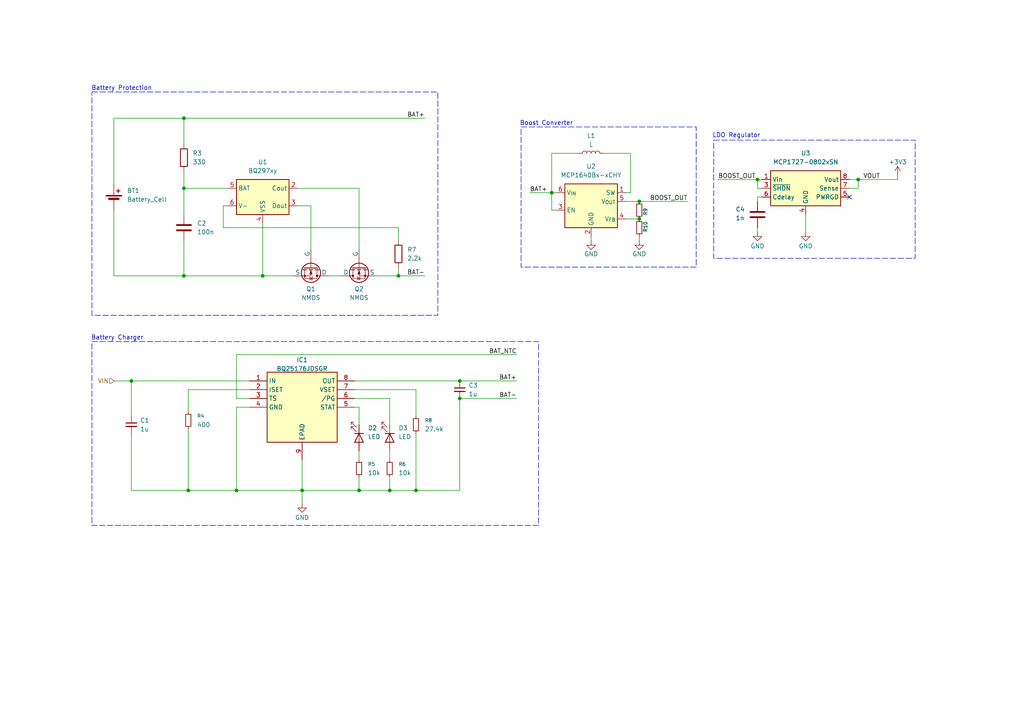
<source format=kicad_sch>
(kicad_sch (version 20250114) (generator "eeschema") (generator_version "9.0")
  (paper "A4")
  (lib_symbols
    (symbol "BQ25176J:BQ25176JDSGR"
      (property "Reference" "IC" (at 26.67 7.62 0))
      (property "Value" "BQ25176JDSGR" (at 26.67 5.08 0))
      (symbol "BQ25176JDSGR_1_1"
        (rectangle (start 5.08 2.54) (end 25.4 -17.78) (stroke (width 0.254)) (fill (type background)))
        (pin passive line (at 0 0 0) (length 5.08) (name "IN") (number "1"))
        (pin passive line (at 0 -2.54 0) (length 5.08) (name "ISET") (number "2"))
        (pin passive line (at 0 -5.08 0) (length 5.08) (name "TS") (number "3"))
        (pin passive line (at 0 -7.62 0) (length 5.08) (name "GND") (number "4"))
        (pin passive line (at 15.24 -22.86 90) (length 5.08) (name "EPAD") (number "9"))
        (pin passive line (at 30.48 0 180) (length 5.08) (name "OUT") (number "8"))
        (pin passive line (at 30.48 -2.54 180) (length 5.08) (name "VSET") (number "7"))
        (pin passive line (at 30.48 -5.08 180) (length 5.08) (name "/PG") (number "6"))
        (pin passive line (at 30.48 -7.62 180) (length 5.08) (name "STAT") (number "5"))
      )
    )
    (symbol "Battery_Management:BQ297xy"
      (property "Reference" "U" (at -6.35 6.35 0))
      (property "Value" "BQ297xy" (at 5.08 -6.35 0))
      (symbol "BQ297xy_0_1"
        (rectangle (start -7.62 5.08) (end 7.62 -5.08) (stroke (width 0.254)) (fill (type background)))
      )
      (symbol "BQ297xy_1_1"
        (pin input line (at -10.16 2.54 0) (length 2.54) (name "BAT") (number "5"))
        (pin input line (at -10.16 -2.54 0) (length 2.54) (name "V-") (number "6"))
        (pin power_in line (at 0 -7.62 90) (length 2.54) (name "VSS") (number "4"))
        (pin no_connect line (at 7.62 0 180) (length 2.54) (hide yes) (name "NC") (number "1"))
        (pin output line (at 10.16 2.54 180) (length 2.54) (name "Cout") (number "2"))
        (pin output line (at 10.16 -2.54 180) (length 2.54) (name "Dout") (number "3"))
      )
    )
    (symbol "Device:Battery_Cell" (pin_numbers (hide yes)) (pin_names (offset 0) (hide yes))
      (property "Reference" "BT" (at 2.54 2.54 0))
      (property "Value" "Battery_Cell" (at 2.54 0 0))
      (symbol "Battery_Cell_0_1"
        (rectangle (start -2.286 1.778) (end 2.286 1.524) (fill (type outline)))
        (rectangle (start -1.524 1.016) (end 1.524 0.508) (fill (type outline)))
        (polyline (pts (xy 0 1.778) (xy 0 2.54)))
        (polyline (pts (xy 0 0.762) (xy 0 0)))
        (polyline (pts (xy 0.762 3.048) (xy 1.778 3.048)) (stroke (width 0.254)))
        (polyline (pts (xy 1.27 3.556) (xy 1.27 2.54)) (stroke (width 0.254)))
      )
      (symbol "Battery_Cell_1_1"
        (pin passive line (at 0 5.08 270) (length 2.54) (name "+") (number "1"))
        (pin passive line (at 0 -2.54 90) (length 2.54) (name "-") (number "2"))
      )
    )
    (symbol "Device:C" (pin_numbers (hide yes)) (pin_names (offset 0.254))
      (property "Reference" "C" (at 0.635 2.54 0))
      (property "Value" "C" (at 0.635 -2.54 0))
      (symbol "C_0_1"
        (polyline (pts (xy -2.032 0.762) (xy 2.032 0.762)) (stroke (width 0.508)))
        (polyline (pts (xy -2.032 -0.762) (xy 2.032 -0.762)) (stroke (width 0.508)))
      )
      (symbol "C_1_1"
        (pin passive line (at 0 3.81 270) (length 2.794) (name "~") (number "1"))
        (pin passive line (at 0 -3.81 90) (length 2.794) (name "~") (number "2"))
      )
    )
    (symbol "Device:C_Small" (pin_numbers (hide yes)) (pin_names (offset 0.254) (hide yes))
      (property "Reference" "C" (at 0.254 1.778 0))
      (property "Value" "C_Small" (at 0.254 -2.032 0))
      (symbol "C_Small_0_1"
        (polyline (pts (xy -1.524 0.508) (xy 1.524 0.508)) (stroke (width 0.3048)))
        (polyline (pts (xy -1.524 -0.508) (xy 1.524 -0.508)) (stroke (width 0.3302)))
      )
      (symbol "C_Small_1_1"
        (pin passive line (at 0 2.54 270) (length 2.032) (name "~") (number "1"))
        (pin passive line (at 0 -2.54 90) (length 2.032) (name "~") (number "2"))
      )
    )
    (symbol "Device:L" (pin_numbers (hide yes)) (pin_names (offset 1.016) (hide yes))
      (property "Reference" "L" (at -1.27 0 90))
      (property "Value" "L" (at 1.905 0 90))
      (symbol "L_0_1"
        (arc (start 0 2.54) (mid 0.6323 1.905) (end 0 1.27))
        (arc (start 0 1.27) (mid 0.6323 0.635) (end 0 0))
        (arc (start 0 0) (mid 0.6323 -0.635) (end 0 -1.27))
        (arc (start 0 -1.27) (mid 0.6323 -1.905) (end 0 -2.54))
      )
      (symbol "L_1_1"
        (pin passive line (at 0 3.81 270) (length 1.27) (name "1") (number "1"))
        (pin passive line (at 0 -3.81 90) (length 1.27) (name "2") (number "2"))
      )
    )
    (symbol "Device:LED" (pin_numbers (hide yes)) (pin_names (offset 1.016) (hide yes))
      (property "Reference" "D" (at 0 2.54 0))
      (property "Value" "LED" (at 0 -2.54 0))
      (symbol "LED_0_1"
        (polyline (pts (xy -3.048 -0.762) (xy -4.572 -2.286) (xy -3.81 -2.286) (xy -4.572 -2.286) (xy -4.572 -1.524)))
        (polyline (pts (xy -1.778 -0.762) (xy -3.302 -2.286) (xy -2.54 -2.286) (xy -3.302 -2.286) (xy -3.302 -1.524)))
        (polyline (pts (xy -1.27 0) (xy 1.27 0)))
        (polyline (pts (xy -1.27 -1.27) (xy -1.27 1.27)) (stroke (width 0.254)))
        (polyline (pts (xy 1.27 -1.27) (xy 1.27 1.27) (xy -1.27 0) (xy 1.27 -1.27)) (stroke (width 0.254)))
      )
      (symbol "LED_1_1"
        (pin passive line (at -3.81 0 0) (length 2.54) (name "K") (number "1"))
        (pin passive line (at 3.81 0 180) (length 2.54) (name "A") (number "2"))
      )
    )
    (symbol "Device:R" (pin_numbers (hide yes)) (pin_names (offset 0))
      (property "Reference" "R" (at 2.032 0 90))
      (property "Value" "R" (at 0 0 90))
      (symbol "R_0_1"
        (rectangle (start -1.016 -2.54) (end 1.016 2.54) (stroke (width 0.254)))
      )
      (symbol "R_1_1"
        (pin passive line (at 0 3.81 270) (length 1.27) (name "~") (number "1"))
        (pin passive line (at 0 -3.81 90) (length 1.27) (name "~") (number "2"))
      )
    )
    (symbol "Device:R_Small" (pin_numbers (hide yes)) (pin_names (offset 0.254) (hide yes))
      (property "Reference" "R" (at 0 0 90))
      (property "Value" "R_Small" (at 1.778 0 90))
      (symbol "R_Small_0_1"
        (rectangle (start -0.762 1.778) (end 0.762 -1.778) (stroke (width 0.2032)))
      )
      (symbol "R_Small_1_1"
        (pin passive line (at 0 2.54 270) (length 0.762) (name "~") (number "1"))
        (pin passive line (at 0 -2.54 90) (length 0.762) (name "~") (number "2"))
      )
    )
    (symbol "Regulator_Linear:MCP1727-0802xSN"
      (property "Reference" "U" (at -8.89 6.35 0))
      (property "Value" "MCP1727-0802xSN" (at 5.08 6.35 0))
      (symbol "MCP1727-0802xSN_0_0"
        (pin input line (at -12.7 -2.54 0) (length 2.54) (name "Cdelay") (number "6"))
        (pin power_out line (at 12.7 2.54 180) (length 2.54) (name "Vout") (number "8"))
        (pin input line (at 12.7 0 180) (length 2.54) (name "Sense") (number "7"))
        (pin open_collector line (at 12.7 -2.54 180) (length 2.54) (name "PWRGD") (number "5"))
      )
      (symbol "MCP1727-0802xSN_0_1"
        (rectangle (start -10.16 5.08) (end 10.16 -5.08) (stroke (width 0.254)) (fill (type background)))
      )
      (symbol "MCP1727-0802xSN_1_1"
        (pin power_in line (at -12.7 2.54 0) (length 2.54) (name "Vin") (number "1"))
        (pin passive line (at -12.7 2.54 0) (length 2.54) (hide yes) (name "Vin") (number "2"))
        (pin input line (at -12.7 0 0) (length 2.54) (name "~{SHDN}") (number "3"))
        (pin power_in line (at 0 -7.62 90) (length 2.54) (name "GND") (number "4"))
      )
    )
    (symbol "Regulator_Switching:MCP1640Bx-xCHY"
      (property "Reference" "U" (at -7.62 8.89 0))
      (property "Value" "MCP1640Bx-xCHY" (at -1.27 8.89 0))
      (symbol "MCP1640Bx-xCHY_0_1"
        (rectangle (start -7.62 7.62) (end 7.62 -5.08) (stroke (width 0.254)) (fill (type background)))
      )
      (symbol "MCP1640Bx-xCHY_1_1"
        (pin power_in line (at -10.16 5.08 0) (length 2.54) (name "V_{IN}") (number "6"))
        (pin input line (at -10.16 0 0) (length 2.54) (name "EN") (number "3"))
        (pin power_in line (at 0 -7.62 90) (length 2.54) (name "GND") (number "2"))
        (pin input line (at 10.16 5.08 180) (length 2.54) (name "SW") (number "1"))
        (pin power_out line (at 10.16 2.54 180) (length 2.54) (name "V_{OUT}") (number "5"))
        (pin input line (at 10.16 -2.54 180) (length 2.54) (name "V_{FB}") (number "4"))
      )
    )
    (symbol "Simulation_SPICE:NMOS" (pin_numbers (hide yes)) (pin_names (offset 0))
      (property "Reference" "Q" (at 5.08 1.27 0))
      (property "Value" "NMOS" (at 5.08 -1.27 0))
      (symbol "NMOS_0_1"
        (polyline (pts (xy 0.254 1.905) (xy 0.254 -1.905)) (stroke (width 0.254)))
        (polyline (pts (xy 0.254 0) (xy -2.54 0)))
        (polyline (pts (xy 0.762 2.286) (xy 0.762 1.27)) (stroke (width 0.254)))
        (polyline (pts (xy 0.762 0.508) (xy 0.762 -0.508)) (stroke (width 0.254)))
        (polyline (pts (xy 0.762 -1.27) (xy 0.762 -2.286)) (stroke (width 0.254)))
        (polyline (pts (xy 0.762 -1.778) (xy 3.302 -1.778) (xy 3.302 1.778) (xy 0.762 1.778)))
        (polyline (pts (xy 1.016 0) (xy 2.032 0.381) (xy 2.032 -0.381) (xy 1.016 0)) (fill (type outline)))
        (circle (center 1.651 0) (radius 2.794) (stroke (width 0.254)))
        (polyline (pts (xy 2.54 2.54) (xy 2.54 1.778)))
        (circle (center 2.54 1.778) (radius 0.254) (fill (type outline)))
        (circle (center 2.54 -1.778) (radius 0.254) (fill (type outline)))
        (polyline (pts (xy 2.54 -2.54) (xy 2.54 0) (xy 0.762 0)))
        (polyline (pts (xy 2.794 0.508) (xy 2.921 0.381) (xy 3.683 0.381) (xy 3.81 0.254)))
        (polyline (pts (xy 3.302 0.381) (xy 2.921 -0.254) (xy 3.683 -0.254) (xy 3.302 0.381)))
      )
      (symbol "NMOS_1_1"
        (pin input line (at -5.08 0 0) (length 2.54) (name "G") (number "2"))
        (pin passive line (at 2.54 5.08 270) (length 2.54) (name "D") (number "1"))
        (pin passive line (at 2.54 -5.08 90) (length 2.54) (name "S") (number "3"))
      )
    )
    (symbol "power:+3V3" (power) (pin_numbers (hide yes)) (pin_names (offset 0) (hide yes))
      (property "Value" "+3V3" (at 0 3.556 0))
      (symbol "+3V3_0_1"
        (polyline (pts (xy -0.762 1.27) (xy 0 2.54)))
        (polyline (pts (xy 0 2.54) (xy 0.762 1.27)))
        (polyline (pts (xy 0 0) (xy 0 2.54)))
      )
      (symbol "+3V3_1_1"
        (pin power_in line (at 0 0 90) (length 0) (name "~") (number "1"))
      )
    )
    (symbol "power:GND" (power) (pin_numbers (hide yes)) (pin_names (offset 0) (hide yes))
      (property "Value" "GND" (at 0 -3.81 0))
      (symbol "GND_0_1"
        (polyline (pts (xy 0 0) (xy 0 -1.27) (xy 1.27 -1.27) (xy 0 -2.54) (xy -1.27 -1.27) (xy 0 -1.27)))
      )
      (symbol "GND_1_1"
        (pin power_in line (at 0 0 270) (length 0) (name "~") (number "1"))
      )
    )
  )
  (rectangle (start 26.67 26.67) (end 127 91.44) (stroke (width 0) (type dash)))
  (rectangle (start 26.67 99.06) (end 156.21 152.4) (stroke (width 0) (type dash)))
  (rectangle (start 207.01 40.64) (end 265.43 74.93) (stroke (width 0) (type dash)))
  (rectangle (start 151.13 36.83) (end 201.93 77.47) (stroke (width 0) (type dash)))
  (text "Battery Protection" (at 35.306 25.654 0) (effects (font (size 1.27 1.27))))
  (text "Boost Converter" (at 158.496 35.814 0) (effects (font (size 1.27 1.27))))
  (text "Battery Charger" (at 34.036 98.044 0) (effects (font (size 1.27 1.27))))
  (text "LDO Regulator" (at 213.614 39.37 0) (effects (font (size 1.27 1.27))))
  (junction (at 160.02 55.88))
  (junction (at 133.35 115.57))
  (junction (at 104.14 142.24))
  (junction (at 115.57 80.01))
  (junction (at 113.03 142.24))
  (junction (at 54.61 142.24))
  (junction (at 76.2 80.01))
  (junction (at 219.71 52.07))
  (junction (at 248.92 52.07))
  (junction (at 53.34 54.61))
  (junction (at 185.42 63.5))
  (junction (at 120.65 142.24))
  (junction (at 53.34 34.29))
  (junction (at 185.42 58.42))
  (junction (at 133.35 110.49))
  (junction (at 68.58 142.24))
  (junction (at 53.34 80.01))
  (junction (at 38.1 110.49))
  (junction (at 87.63 142.24))
  (no_connect (at 246.38 57.15))
  (wire (pts (xy 64.77 59.69) (xy 64.77 66.04)))
  (wire (pts (xy 54.61 119.38) (xy 54.61 113.03)))
  (wire (pts (xy 160.02 60.96) (xy 160.02 55.88)))
  (wire (pts (xy 54.61 113.03) (xy 72.39 113.03)))
  (wire (pts (xy 33.02 60.96) (xy 33.02 80.01)))
  (wire (pts (xy 120.65 113.03) (xy 120.65 120.65)))
  (wire (pts (xy 219.71 54.61) (xy 219.71 52.07)))
  (wire (pts (xy 102.87 110.49) (xy 133.35 110.49)))
  (wire (pts (xy 102.87 115.57) (xy 113.03 115.57)))
  (wire (pts (xy 33.02 110.49) (xy 38.1 110.49)))
  (wire (pts (xy 33.02 53.34) (xy 33.02 34.29)))
  (wire (pts (xy 109.22 80.01) (xy 115.57 80.01)))
  (wire (pts (xy 260.35 52.07) (xy 248.92 52.07)))
  (wire (pts (xy 220.98 54.61) (xy 219.71 54.61)))
  (wire (pts (xy 208.28 52.07) (xy 219.71 52.07)))
  (wire (pts (xy 104.14 138.43) (xy 104.14 142.24)))
  (wire (pts (xy 246.38 52.07) (xy 248.92 52.07)))
  (wire (pts (xy 160.02 55.88) (xy 161.29 55.88)))
  (wire (pts (xy 104.14 130.81) (xy 104.14 133.35)))
  (wire (pts (xy 68.58 142.24) (xy 87.63 142.24)))
  (wire (pts (xy 171.45 68.58) (xy 171.45 69.85)))
  (wire (pts (xy 68.58 115.57) (xy 68.58 102.87)))
  (wire (pts (xy 87.63 146.05) (xy 87.63 142.24)))
  (wire (pts (xy 38.1 120.65) (xy 38.1 110.49)))
  (wire (pts (xy 54.61 142.24) (xy 38.1 142.24)))
  (wire (pts (xy 120.65 125.73) (xy 120.65 142.24)))
  (wire (pts (xy 33.02 34.29) (xy 53.34 34.29)))
  (wire (pts (xy 68.58 118.11) (xy 68.58 142.24)))
  (wire (pts (xy 181.61 63.5) (xy 185.42 63.5)))
  (wire (pts (xy 185.42 68.58) (xy 185.42 69.85)))
  (wire (pts (xy 90.17 59.69) (xy 90.17 72.39)))
  (wire (pts (xy 54.61 142.24) (xy 68.58 142.24)))
  (wire (pts (xy 113.03 138.43) (xy 113.03 142.24)))
  (wire (pts (xy 53.34 80.01) (xy 76.2 80.01)))
  (wire (pts (xy 115.57 66.04) (xy 115.57 69.85)))
  (wire (pts (xy 53.34 34.29) (xy 123.19 34.29)))
  (wire (pts (xy 87.63 142.24) (xy 104.14 142.24)))
  (wire (pts (xy 113.03 115.57) (xy 113.03 123.19)))
  (wire (pts (xy 115.57 80.01) (xy 123.19 80.01)))
  (wire (pts (xy 161.29 60.96) (xy 160.02 60.96)))
  (wire (pts (xy 133.35 110.49) (xy 149.86 110.49)))
  (wire (pts (xy 219.71 66.04) (xy 219.71 67.31)))
  (wire (pts (xy 104.14 54.61) (xy 104.14 72.39)))
  (wire (pts (xy 86.36 54.61) (xy 104.14 54.61)))
  (wire (pts (xy 181.61 58.42) (xy 185.42 58.42)))
  (wire (pts (xy 64.77 59.69) (xy 66.04 59.69)))
  (wire (pts (xy 53.34 34.29) (xy 53.34 41.91)))
  (wire (pts (xy 86.36 59.69) (xy 90.17 59.69)))
  (wire (pts (xy 54.61 124.46) (xy 54.61 142.24)))
  (wire (pts (xy 175.26 44.45) (xy 182.88 44.45)))
  (wire (pts (xy 153.67 55.88) (xy 160.02 55.88)))
  (wire (pts (xy 38.1 110.49) (xy 72.39 110.49)))
  (wire (pts (xy 53.34 69.85) (xy 53.34 80.01)))
  (wire (pts (xy 248.92 54.61) (xy 248.92 52.07)))
  (wire (pts (xy 219.71 57.15) (xy 220.98 57.15)))
  (wire (pts (xy 76.2 64.77) (xy 76.2 80.01)))
  (wire (pts (xy 102.87 113.03) (xy 120.65 113.03)))
  (wire (pts (xy 33.02 80.01) (xy 53.34 80.01)))
  (wire (pts (xy 246.38 54.61) (xy 248.92 54.61)))
  (wire (pts (xy 64.77 66.04) (xy 115.57 66.04)))
  (wire (pts (xy 104.14 142.24) (xy 113.03 142.24)))
  (wire (pts (xy 87.63 142.24) (xy 87.63 133.35)))
  (wire (pts (xy 113.03 130.81) (xy 113.03 133.35)))
  (wire (pts (xy 115.57 77.47) (xy 115.57 80.01)))
  (wire (pts (xy 53.34 54.61) (xy 53.34 62.23)))
  (wire (pts (xy 53.34 49.53) (xy 53.34 54.61)))
  (wire (pts (xy 219.71 52.07) (xy 220.98 52.07)))
  (wire (pts (xy 95.25 80.01) (xy 99.06 80.01)))
  (wire (pts (xy 104.14 123.19) (xy 104.14 118.11)))
  (wire (pts (xy 68.58 118.11) (xy 72.39 118.11)))
  (wire (pts (xy 76.2 80.01) (xy 85.09 80.01)))
  (wire (pts (xy 260.35 50.8) (xy 260.35 52.07)))
  (wire (pts (xy 113.03 142.24) (xy 120.65 142.24)))
  (wire (pts (xy 72.39 115.57) (xy 68.58 115.57)))
  (wire (pts (xy 53.34 54.61) (xy 66.04 54.61)))
  (wire (pts (xy 133.35 115.57) (xy 133.35 142.24)))
  (wire (pts (xy 185.42 58.42) (xy 199.39 58.42)))
  (wire (pts (xy 182.88 44.45) (xy 182.88 55.88)))
  (wire (pts (xy 160.02 44.45) (xy 167.64 44.45)))
  (wire (pts (xy 133.35 115.57) (xy 149.86 115.57)))
  (wire (pts (xy 68.58 102.87) (xy 149.86 102.87)))
  (wire (pts (xy 120.65 142.24) (xy 133.35 142.24)))
  (wire (pts (xy 38.1 125.73) (xy 38.1 142.24)))
  (wire (pts (xy 160.02 55.88) (xy 160.02 44.45)))
  (wire (pts (xy 182.88 55.88) (xy 181.61 55.88)))
  (wire (pts (xy 219.71 58.42) (xy 219.71 57.15)))
  (wire (pts (xy 104.14 118.11) (xy 102.87 118.11)))
  (wire (pts (xy 233.68 62.23) (xy 233.68 67.31)))
  (label "BOOST_OUT" (at 208.28 52.07 0))
  (label "BAT-" (at 123.19 80.01 180))
  (label "BAT+" (at 153.67 55.88 0))
  (label "BAT+" (at 149.86 110.49 180))
  (label "BOOST_OUT" (at 199.39 58.42 180))
  (label "BAT+" (at 123.19 34.29 180))
  (label "BAT_NTC" (at 149.86 102.87 180))
  (label "BAT-" (at 149.86 115.57 180))
  (label "VOUT" (at 255.27 52.07 180))
  (hierarchical_label "VIN" (shape input) (at 33.02 110.49 180))
  (symbol (lib_id "BQ25176J:BQ25176JDSGR") (at 72.39 110.49 0) (unit 1)
    (property "Reference" "IC1" (at 87.63 104.394 0))
    (property "Value" "BQ25176JDSGR" (at 87.63 106.934 0))
    (property "Datasheet" "https://www.ti.com/lit/gpn/bq25176j" (effects (hide yes)))
    (property "Description" "Input voltage up to 30 V tolerant  Input Voltage Based Dynamic Power Management (VINDPM)  Automatic Sleep Mode for low power consumption  350-nA battery leakage current  80-A input leakage current when charge disabled  Supports 1-cell Li-Ion, Li-Poly, and LiFePO4  External resistor programmable operation  VSET to set battery regulation voltage:  Li-Ion: 4.05 V, 4.15 V, 4.2 V, 4.35 V, 4.4 V  LiFePO4: 3.5 V, 3.6 V, 3.7 V  ISET to set charge current from 10 mA to 800 mA  High accura" (effects (hide yes)))
    (property "Height" "0.8" (effects (hide yes)))
    (property "Mouser Part Number" "595-BQ25176JDSGR" (effects (hide yes)))
    (property "Mouser Price/Stock" "https://www.mouser.co.uk/ProductDetail/Texas-Instruments/BQ25176JDSGR?qs=Z%252BL2brAPG1Lf63YBPQV43w%3D%3D" (effects (hide yes)))
    (property "Manufacturer_Name" "Texas Instruments" (effects (hide yes)))
    (property "Manufacturer_Part_Number" "BQ25176JDSGR" (effects (hide yes)))
  )
  (symbol (lib_id "Device:R") (at 53.34 45.72 0) (unit 1)
    (property "Reference" "R3" (at 55.88 44.4499 0) (effects (justify left)))
    (property "Value" "330" (at 55.88 46.9899 0) (effects (justify left)))
    (property "Footprint" "Resistor_SMD:R_0603_1608Metric" (effects (hide yes)))
    (property "Description" "Resistor" (effects (hide yes)))
  )
  (symbol (lib_id "power:GND") (at 87.63 146.05 0) (unit 1)
    (property "Reference" "#PWR05" (effects (hide yes)))
    (property "Value" "GND" (at 87.63 150.114 0))
    (property "Description" "Power symbol creates a global label with name \"GND\" , ground" (effects (hide yes)))
  )
  (symbol (lib_id "Device:C_Small") (at 38.1 123.19 0) (unit 1)
    (property "Reference" "C1" (at 40.64 121.9262 0) (effects (justify left)))
    (property "Value" "1u" (at 40.64 124.4662 0) (effects (justify left)))
    (property "Footprint" "Capacitor_SMD:C_0603_1608Metric" (effects (hide yes)))
    (property "Description" "Unpolarized capacitor, small symbol" (effects (hide yes)))
  )
  (symbol (lib_id "power:GND") (at 185.42 69.85 0) (unit 1)
    (property "Reference" "#PWR07" (effects (hide yes)))
    (property "Value" "GND" (at 185.42 73.66 0))
    (property "Description" "Power symbol creates a global label with name \"GND\" , ground" (effects (hide yes)))
  )
  (symbol (lib_id "Device:C") (at 53.34 66.04 0) (unit 1)
    (property "Reference" "C2" (at 57.15 64.7699 0) (effects (justify left)))
    (property "Value" "100n" (at 57.15 67.3099 0) (effects (justify left)))
    (property "Footprint" "Capacitor_SMD:C_0603_1608Metric" (effects (hide yes)))
    (property "Description" "Unpolarized capacitor" (effects (hide yes)))
  )
  (symbol (lib_id "Device:R") (at 115.57 73.66 0) (unit 1)
    (property "Reference" "R7" (at 118.11 72.3899 0) (effects (justify left)))
    (property "Value" "2.2k" (at 118.11 74.9299 0) (effects (justify left)))
    (property "Footprint" "Resistor_SMD:R_0603_1608Metric" (effects (hide yes)))
    (property "Description" "Resistor" (effects (hide yes)))
  )
  (symbol (lib_id "Device:LED") (at 104.14 127 270) (unit 1)
    (property "Reference" "D2" (at 106.68 124.1424 90) (effects (justify left)))
    (property "Value" "LED" (at 106.68 126.6824 90) (effects (justify left)))
    (property "Description" "Light emitting diode" (effects (hide yes)))
    (property "Sim.Pins" "1=K 2=A" (effects (hide yes)))
  )
  (symbol (lib_id "Device:R_Small") (at 185.42 66.04 0) (unit 1)
    (property "Reference" "R10" (at 187.198 67.31 90) (effects (font (size 1.016 1.016)) (justify left)))
    (property "Value" "R_Small" (effects (hide yes)))
    (property "Footprint" "Resistor_SMD:R_0603_1608Metric" (effects (hide yes)))
    (property "Description" "Resistor, small symbol" (effects (hide yes)))
  )
  (symbol (lib_id "Battery_Management:BQ297xy") (at 76.2 57.15 0) (unit 1)
    (property "Reference" "U1" (at 76.2 46.99 0))
    (property "Value" "BQ297xy" (at 76.2 49.53 0))
    (property "Footprint" "Package_SON:WSON-6_1.5x1.5mm_P0.5mm" (effects (hide yes)))
    (property "Datasheet" "http://www.ti.com/lit/ds/symlink/bq2970.pdf" (effects (hide yes)))
    (property "Description" "Voltage and Current Protection for Single-Cell Li-Ion and Li-Polymer Batteries" (effects (hide yes)))
  )
  (symbol (lib_id "Device:L") (at 171.45 44.45 90) (unit 1)
    (property "Reference" "L1" (at 171.45 39.37 90))
    (property "Value" "L" (at 171.45 41.91 90))
    (property "Description" "Inductor" (effects (hide yes)))
  )
  (symbol (lib_id "Device:C_Small") (at 133.35 113.03 0) (unit 1)
    (property "Reference" "C3" (at 135.89 111.7662 0) (effects (justify left)))
    (property "Value" "1u" (at 135.89 114.3062 0) (effects (justify left)))
    (property "Footprint" "Capacitor_SMD:C_0603_1608Metric" (effects (hide yes)))
    (property "Description" "Unpolarized capacitor, small symbol" (effects (hide yes)))
  )
  (symbol (lib_id "Device:Battery_Cell") (at 33.02 58.42 0) (unit 1)
    (property "Reference" "BT1" (at 36.83 55.3084 0) (effects (justify left)))
    (property "Value" "Battery_Cell" (at 36.83 57.8484 0) (effects (justify left)))
    (property "Description" "Single-cell battery" (effects (hide yes)))
  )
  (symbol (lib_id "Device:LED") (at 113.03 127 270) (unit 1)
    (property "Reference" "D3" (at 115.57 124.1424 90) (effects (justify left)))
    (property "Value" "LED" (at 115.57 126.6824 90) (effects (justify left)))
    (property "Description" "Light emitting diode" (effects (hide yes)))
    (property "Sim.Pins" "1=K 2=A" (effects (hide yes)))
  )
  (symbol (lib_id "Regulator_Linear:MCP1727-0802xSN") (at 233.68 54.61 0) (unit 1)
    (property "Reference" "U3" (at 233.68 44.45 0))
    (property "Value" "MCP1727-0802xSN" (at 233.68 46.99 0))
    (property "Footprint" "Package_SO:SOIC-8_3.9x4.9mm_P1.27mm" (effects (hide yes)))
    (property "Datasheet" "https://ww1.microchip.com/downloads/aemtest/APID/ProductDocuments/DataSheets/MCP1727-1.5A-Low-Voltage-Low-Quiescent-Current-LDO-Regulator-20001999D.pdf" (effects (hide yes)))
    (property "Description" "1.5A, Low Voltage, Low Quiescent Current LDO Regulator, 2.3 - 6V Input, Fixed 0.8V Output, 330mV Dropout, SOIC-8" (effects (hide yes)))
  )
  (symbol (lib_id "Device:R_Small") (at 54.61 121.92 0) (unit 1)
    (property "Reference" "R4" (at 57.15 120.6499 0) (effects (font (size 1.016 1.016)) (justify left)))
    (property "Value" "400" (at 57.15 123.1899 0) (effects (justify left)))
    (property "Footprint" "Resistor_SMD:R_0603_1608Metric" (effects (hide yes)))
    (property "Description" "Resistor, small symbol" (effects (hide yes)))
  )
  (symbol (lib_id "Device:R_Small") (at 185.42 60.96 0) (unit 1)
    (property "Reference" "R9" (at 187.198 62.484 90) (effects (font (size 1.016 1.016)) (justify left)))
    (property "Value" "R_Small" (effects (hide yes)))
    (property "Footprint" "Resistor_SMD:R_0603_1608Metric" (effects (hide yes)))
    (property "Description" "Resistor, small symbol" (effects (hide yes)))
  )
  (symbol (lib_id "Device:R_Small") (at 120.65 123.19 0) (unit 1)
    (property "Reference" "R8" (at 123.19 121.9199 0) (effects (font (size 1.016 1.016)) (justify left)))
    (property "Value" "27.4k" (at 123.19 124.4599 0) (effects (justify left)))
    (property "Footprint" "Resistor_SMD:R_0603_1608Metric" (effects (hide yes)))
    (property "Description" "Resistor, small symbol" (effects (hide yes)))
  )
  (symbol (lib_id "power:GND") (at 233.68 67.31 0) (unit 1)
    (property "Reference" "#PWR09" (effects (hide yes)))
    (property "Value" "GND" (at 233.68 71.374 0))
    (property "Description" "Power symbol creates a global label with name \"GND\" , ground" (effects (hide yes)))
  )
  (symbol (lib_id "Simulation_SPICE:NMOS") (at 90.17 77.47 270) (unit 1)
    (property "Reference" "Q1" (at 90.17 83.82 90))
    (property "Value" "NMOS" (at 90.17 86.36 90))
    (property "Datasheet" "https://ngspice.sourceforge.io/docs/ngspice-html-manual/manual.xhtml#cha_MOSFETs" (effects (hide yes)))
    (property "Description" "N-MOSFET transistor, drain/source/gate" (effects (hide yes)))
    (property "Sim.Device" "NMOS" (effects (hide yes)))
    (property "Sim.Type" "VDMOS" (effects (hide yes)))
    (property "Sim.Pins" "1=D 2=G 3=S" (effects (hide yes)))
  )
  (symbol (lib_id "Simulation_SPICE:NMOS") (at 104.14 77.47 90) (mirror x) (unit 1)
    (property "Reference" "Q2" (at 104.14 83.82 90))
    (property "Value" "NMOS" (at 104.14 86.36 90))
    (property "Datasheet" "https://ngspice.sourceforge.io/docs/ngspice-html-manual/manual.xhtml#cha_MOSFETs" (effects (hide yes)))
    (property "Description" "N-MOSFET transistor, drain/source/gate" (effects (hide yes)))
    (property "Sim.Device" "NMOS" (effects (hide yes)))
    (property "Sim.Type" "VDMOS" (effects (hide yes)))
    (property "Sim.Pins" "1=D 2=G 3=S" (effects (hide yes)))
  )
  (symbol (lib_id "power:GND") (at 219.71 67.31 0) (unit 1)
    (property "Reference" "#PWR08" (effects (hide yes)))
    (property "Value" "GND" (at 219.71 71.374 0))
    (property "Description" "Power symbol creates a global label with name \"GND\" , ground" (effects (hide yes)))
  )
  (symbol (lib_id "power:GND") (at 171.45 69.85 0) (unit 1)
    (property "Reference" "#PWR06" (effects (hide yes)))
    (property "Value" "GND" (at 171.45 73.66 0))
    (property "Description" "Power symbol creates a global label with name \"GND\" , ground" (effects (hide yes)))
  )
  (symbol (lib_id "Device:R_Small") (at 113.03 135.89 0) (unit 1)
    (property "Reference" "R6" (at 115.57 134.6199 0) (effects (font (size 1.016 1.016)) (justify left)))
    (property "Value" "10k" (at 115.57 137.1599 0) (effects (justify left)))
    (property "Footprint" "Resistor_SMD:R_0603_1608Metric" (effects (hide yes)))
    (property "Description" "Resistor, small symbol" (effects (hide yes)))
  )
  (symbol (lib_id "power:+3V3") (at 260.35 50.8 0) (unit 1)
    (property "Reference" "#PWR010" (effects (hide yes)))
    (property "Value" "+3V3" (at 260.35 46.99 0))
    (property "Description" "Power symbol creates a global label with name \"+3V3\"" (effects (hide yes)))
  )
  (symbol (lib_id "Device:C") (at 219.71 62.23 0) (unit 1)
    (property "Reference" "C4" (at 213.36 60.706 0) (effects (justify left)))
    (property "Value" "1n" (at 213.36 63.246 0) (effects (justify left)))
    (property "Footprint" "Capacitor_SMD:C_0603_1608Metric" (effects (hide yes)))
    (property "Description" "Unpolarized capacitor" (effects (hide yes)))
  )
  (symbol (lib_id "Regulator_Switching:MCP1640Bx-xCHY") (at 171.45 60.96 0) (unit 1)
    (property "Reference" "U2" (at 171.45 48.26 0))
    (property "Value" "MCP1640Bx-xCHY" (at 171.45 50.8 0))
    (property "Footprint" "Package_TO_SOT_SMD:SOT-23-6" (effects (hide yes)))
    (property "Datasheet" "http://ww1.microchip.com/downloads/en/DeviceDoc/20002234D.pdf" (effects (hide yes)))
    (property "Description" "Synchronous Boost Regulator, Adjustable Output 2.0V-5.5V, PWM Only True Disconnect, SOT-23" (effects (hide yes)))
  )
  (symbol (lib_id "Device:R_Small") (at 104.14 135.89 0) (unit 1)
    (property "Reference" "R5" (at 106.68 134.6199 0) (effects (font (size 1.016 1.016)) (justify left)))
    (property "Value" "10k" (at 106.68 137.1599 0) (effects (justify left)))
    (property "Footprint" "Resistor_SMD:R_0603_1608Metric" (effects (hide yes)))
    (property "Description" "Resistor, small symbol" (effects (hide yes)))
  )
)
</source>
